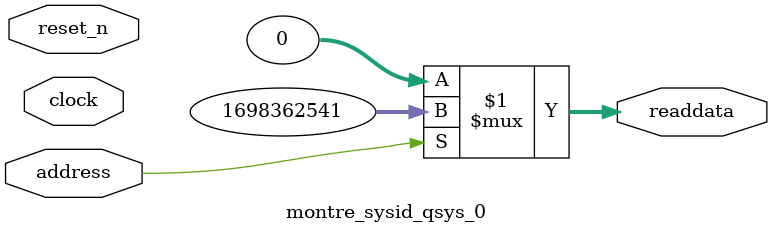
<source format=v>

`timescale 1ns / 1ps
// synthesis translate_on

// turn off superfluous verilog processor warnings 
// altera message_level Level1 
// altera message_off 10034 10035 10036 10037 10230 10240 10030 

module montre_sysid_qsys_0 (
               // inputs:
                address,
                clock,
                reset_n,

               // outputs:
                readdata
             )
;

  output  [ 31: 0] readdata;
  input            address;
  input            clock;
  input            reset_n;

  wire    [ 31: 0] readdata;
  //control_slave, which is an e_avalon_slave
  assign readdata = address ? 1698362541 : 0;

endmodule




</source>
